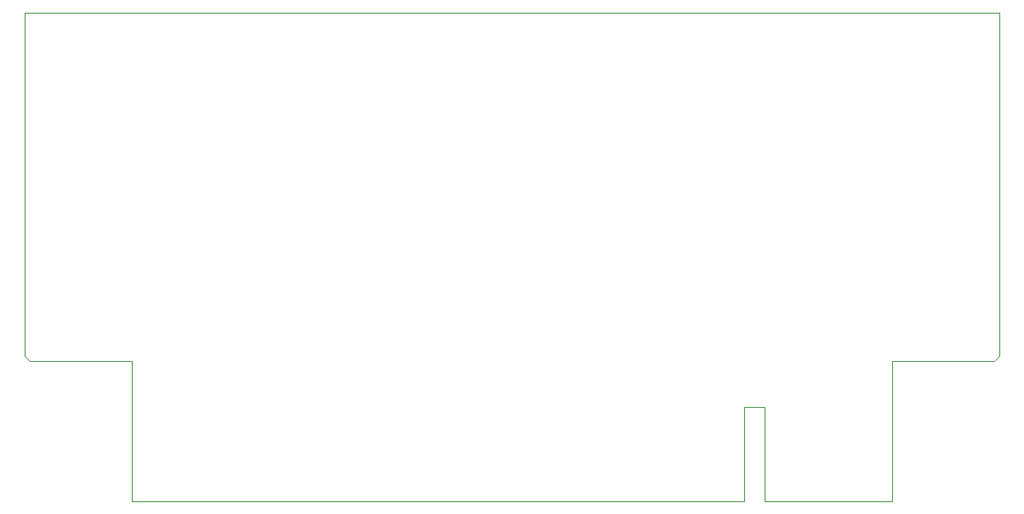
<source format=gbr>
%TF.GenerationSoftware,KiCad,Pcbnew,(6.0.10)*%
%TF.CreationDate,2023-02-24T21:34:05+03:00*%
%TF.ProjectId,Ver2.2,56657232-2e32-42e6-9b69-6361645f7063,rev?*%
%TF.SameCoordinates,Original*%
%TF.FileFunction,Profile,NP*%
%FSLAX46Y46*%
G04 Gerber Fmt 4.6, Leading zero omitted, Abs format (unit mm)*
G04 Created by KiCad (PCBNEW (6.0.10)) date 2023-02-24 21:34:05*
%MOMM*%
%LPD*%
G01*
G04 APERTURE LIST*
%TA.AperFunction,Profile*%
%ADD10C,0.100000*%
%TD*%
G04 APERTURE END LIST*
D10*
X175448020Y-35002020D02*
X78420020Y-35002020D01*
X78420020Y-35002020D02*
X78420020Y-69253510D01*
X78420020Y-69253510D02*
X78928020Y-69761510D01*
X152080020Y-83693000D02*
X164780020Y-83693000D01*
X78928020Y-69761510D02*
X89088020Y-69761510D01*
X150048020Y-83693000D02*
X150048020Y-74295000D01*
X152080020Y-74295000D02*
X152080020Y-83693000D01*
X164780020Y-69761510D02*
X174940020Y-69761510D01*
X175448020Y-69253510D02*
X175448020Y-35002020D01*
X89088020Y-83693000D02*
X150048020Y-83693000D01*
X174940020Y-69761510D02*
X175448020Y-69253510D01*
X150048020Y-74295000D02*
X152080020Y-74295000D01*
X164780020Y-83693000D02*
X164780020Y-69761510D01*
X89088020Y-69761510D02*
X89088020Y-83693000D01*
M02*

</source>
